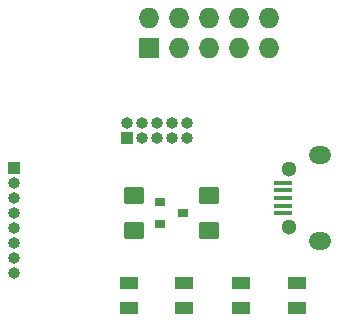
<source format=gbr>
G04 #@! TF.GenerationSoftware,KiCad,Pcbnew,(5.1.4)-1*
G04 #@! TF.CreationDate,2022-03-06T11:46:23+01:00*
G04 #@! TF.ProjectId,UP1-Progger,5550312d-5072-46f6-9767-65722e6b6963,V00.10*
G04 #@! TF.SameCoordinates,Original*
G04 #@! TF.FileFunction,Soldermask,Top*
G04 #@! TF.FilePolarity,Negative*
%FSLAX46Y46*%
G04 Gerber Fmt 4.6, Leading zero omitted, Abs format (unit mm)*
G04 Created by KiCad (PCBNEW (5.1.4)-1) date 2022-03-06 11:46:23*
%MOMM*%
%LPD*%
G04 APERTURE LIST*
%ADD10R,0.900000X0.800000*%
%ADD11R,1.600000X1.050000*%
%ADD12O,1.000000X1.000000*%
%ADD13R,1.000000X1.000000*%
%ADD14C,0.100000*%
%ADD15C,1.425000*%
%ADD16O,1.727200X1.727200*%
%ADD17R,1.727200X1.727200*%
%ADD18C,1.300000*%
%ADD19O,1.900000X1.500000*%
%ADD20R,1.600000X0.400000*%
G04 APERTURE END LIST*
D10*
X105775000Y-116840000D03*
X103775000Y-117790000D03*
X103775000Y-115890000D03*
D11*
X101155000Y-124900000D03*
X101155000Y-122750000D03*
X105855000Y-124900000D03*
X105855000Y-122750000D03*
D12*
X91440000Y-121920000D03*
X91440000Y-120650000D03*
X91440000Y-119380000D03*
X91440000Y-118110000D03*
X91440000Y-116840000D03*
X91440000Y-115570000D03*
X91440000Y-114300000D03*
D13*
X91440000Y-113030000D03*
D11*
X110680000Y-124900000D03*
X110680000Y-122750000D03*
X115380000Y-124900000D03*
X115380000Y-122750000D03*
D14*
G36*
X102249504Y-114641204D02*
G01*
X102273773Y-114644804D01*
X102297571Y-114650765D01*
X102320671Y-114659030D01*
X102342849Y-114669520D01*
X102363893Y-114682133D01*
X102383598Y-114696747D01*
X102401777Y-114713223D01*
X102418253Y-114731402D01*
X102432867Y-114751107D01*
X102445480Y-114772151D01*
X102455970Y-114794329D01*
X102464235Y-114817429D01*
X102470196Y-114841227D01*
X102473796Y-114865496D01*
X102475000Y-114890000D01*
X102475000Y-115815000D01*
X102473796Y-115839504D01*
X102470196Y-115863773D01*
X102464235Y-115887571D01*
X102455970Y-115910671D01*
X102445480Y-115932849D01*
X102432867Y-115953893D01*
X102418253Y-115973598D01*
X102401777Y-115991777D01*
X102383598Y-116008253D01*
X102363893Y-116022867D01*
X102342849Y-116035480D01*
X102320671Y-116045970D01*
X102297571Y-116054235D01*
X102273773Y-116060196D01*
X102249504Y-116063796D01*
X102225000Y-116065000D01*
X100975000Y-116065000D01*
X100950496Y-116063796D01*
X100926227Y-116060196D01*
X100902429Y-116054235D01*
X100879329Y-116045970D01*
X100857151Y-116035480D01*
X100836107Y-116022867D01*
X100816402Y-116008253D01*
X100798223Y-115991777D01*
X100781747Y-115973598D01*
X100767133Y-115953893D01*
X100754520Y-115932849D01*
X100744030Y-115910671D01*
X100735765Y-115887571D01*
X100729804Y-115863773D01*
X100726204Y-115839504D01*
X100725000Y-115815000D01*
X100725000Y-114890000D01*
X100726204Y-114865496D01*
X100729804Y-114841227D01*
X100735765Y-114817429D01*
X100744030Y-114794329D01*
X100754520Y-114772151D01*
X100767133Y-114751107D01*
X100781747Y-114731402D01*
X100798223Y-114713223D01*
X100816402Y-114696747D01*
X100836107Y-114682133D01*
X100857151Y-114669520D01*
X100879329Y-114659030D01*
X100902429Y-114650765D01*
X100926227Y-114644804D01*
X100950496Y-114641204D01*
X100975000Y-114640000D01*
X102225000Y-114640000D01*
X102249504Y-114641204D01*
X102249504Y-114641204D01*
G37*
D15*
X101600000Y-115352500D03*
D14*
G36*
X102249504Y-117616204D02*
G01*
X102273773Y-117619804D01*
X102297571Y-117625765D01*
X102320671Y-117634030D01*
X102342849Y-117644520D01*
X102363893Y-117657133D01*
X102383598Y-117671747D01*
X102401777Y-117688223D01*
X102418253Y-117706402D01*
X102432867Y-117726107D01*
X102445480Y-117747151D01*
X102455970Y-117769329D01*
X102464235Y-117792429D01*
X102470196Y-117816227D01*
X102473796Y-117840496D01*
X102475000Y-117865000D01*
X102475000Y-118790000D01*
X102473796Y-118814504D01*
X102470196Y-118838773D01*
X102464235Y-118862571D01*
X102455970Y-118885671D01*
X102445480Y-118907849D01*
X102432867Y-118928893D01*
X102418253Y-118948598D01*
X102401777Y-118966777D01*
X102383598Y-118983253D01*
X102363893Y-118997867D01*
X102342849Y-119010480D01*
X102320671Y-119020970D01*
X102297571Y-119029235D01*
X102273773Y-119035196D01*
X102249504Y-119038796D01*
X102225000Y-119040000D01*
X100975000Y-119040000D01*
X100950496Y-119038796D01*
X100926227Y-119035196D01*
X100902429Y-119029235D01*
X100879329Y-119020970D01*
X100857151Y-119010480D01*
X100836107Y-118997867D01*
X100816402Y-118983253D01*
X100798223Y-118966777D01*
X100781747Y-118948598D01*
X100767133Y-118928893D01*
X100754520Y-118907849D01*
X100744030Y-118885671D01*
X100735765Y-118862571D01*
X100729804Y-118838773D01*
X100726204Y-118814504D01*
X100725000Y-118790000D01*
X100725000Y-117865000D01*
X100726204Y-117840496D01*
X100729804Y-117816227D01*
X100735765Y-117792429D01*
X100744030Y-117769329D01*
X100754520Y-117747151D01*
X100767133Y-117726107D01*
X100781747Y-117706402D01*
X100798223Y-117688223D01*
X100816402Y-117671747D01*
X100836107Y-117657133D01*
X100857151Y-117644520D01*
X100879329Y-117634030D01*
X100902429Y-117625765D01*
X100926227Y-117619804D01*
X100950496Y-117616204D01*
X100975000Y-117615000D01*
X102225000Y-117615000D01*
X102249504Y-117616204D01*
X102249504Y-117616204D01*
G37*
D15*
X101600000Y-118327500D03*
D14*
G36*
X108599504Y-114641204D02*
G01*
X108623773Y-114644804D01*
X108647571Y-114650765D01*
X108670671Y-114659030D01*
X108692849Y-114669520D01*
X108713893Y-114682133D01*
X108733598Y-114696747D01*
X108751777Y-114713223D01*
X108768253Y-114731402D01*
X108782867Y-114751107D01*
X108795480Y-114772151D01*
X108805970Y-114794329D01*
X108814235Y-114817429D01*
X108820196Y-114841227D01*
X108823796Y-114865496D01*
X108825000Y-114890000D01*
X108825000Y-115815000D01*
X108823796Y-115839504D01*
X108820196Y-115863773D01*
X108814235Y-115887571D01*
X108805970Y-115910671D01*
X108795480Y-115932849D01*
X108782867Y-115953893D01*
X108768253Y-115973598D01*
X108751777Y-115991777D01*
X108733598Y-116008253D01*
X108713893Y-116022867D01*
X108692849Y-116035480D01*
X108670671Y-116045970D01*
X108647571Y-116054235D01*
X108623773Y-116060196D01*
X108599504Y-116063796D01*
X108575000Y-116065000D01*
X107325000Y-116065000D01*
X107300496Y-116063796D01*
X107276227Y-116060196D01*
X107252429Y-116054235D01*
X107229329Y-116045970D01*
X107207151Y-116035480D01*
X107186107Y-116022867D01*
X107166402Y-116008253D01*
X107148223Y-115991777D01*
X107131747Y-115973598D01*
X107117133Y-115953893D01*
X107104520Y-115932849D01*
X107094030Y-115910671D01*
X107085765Y-115887571D01*
X107079804Y-115863773D01*
X107076204Y-115839504D01*
X107075000Y-115815000D01*
X107075000Y-114890000D01*
X107076204Y-114865496D01*
X107079804Y-114841227D01*
X107085765Y-114817429D01*
X107094030Y-114794329D01*
X107104520Y-114772151D01*
X107117133Y-114751107D01*
X107131747Y-114731402D01*
X107148223Y-114713223D01*
X107166402Y-114696747D01*
X107186107Y-114682133D01*
X107207151Y-114669520D01*
X107229329Y-114659030D01*
X107252429Y-114650765D01*
X107276227Y-114644804D01*
X107300496Y-114641204D01*
X107325000Y-114640000D01*
X108575000Y-114640000D01*
X108599504Y-114641204D01*
X108599504Y-114641204D01*
G37*
D15*
X107950000Y-115352500D03*
D14*
G36*
X108599504Y-117616204D02*
G01*
X108623773Y-117619804D01*
X108647571Y-117625765D01*
X108670671Y-117634030D01*
X108692849Y-117644520D01*
X108713893Y-117657133D01*
X108733598Y-117671747D01*
X108751777Y-117688223D01*
X108768253Y-117706402D01*
X108782867Y-117726107D01*
X108795480Y-117747151D01*
X108805970Y-117769329D01*
X108814235Y-117792429D01*
X108820196Y-117816227D01*
X108823796Y-117840496D01*
X108825000Y-117865000D01*
X108825000Y-118790000D01*
X108823796Y-118814504D01*
X108820196Y-118838773D01*
X108814235Y-118862571D01*
X108805970Y-118885671D01*
X108795480Y-118907849D01*
X108782867Y-118928893D01*
X108768253Y-118948598D01*
X108751777Y-118966777D01*
X108733598Y-118983253D01*
X108713893Y-118997867D01*
X108692849Y-119010480D01*
X108670671Y-119020970D01*
X108647571Y-119029235D01*
X108623773Y-119035196D01*
X108599504Y-119038796D01*
X108575000Y-119040000D01*
X107325000Y-119040000D01*
X107300496Y-119038796D01*
X107276227Y-119035196D01*
X107252429Y-119029235D01*
X107229329Y-119020970D01*
X107207151Y-119010480D01*
X107186107Y-118997867D01*
X107166402Y-118983253D01*
X107148223Y-118966777D01*
X107131747Y-118948598D01*
X107117133Y-118928893D01*
X107104520Y-118907849D01*
X107094030Y-118885671D01*
X107085765Y-118862571D01*
X107079804Y-118838773D01*
X107076204Y-118814504D01*
X107075000Y-118790000D01*
X107075000Y-117865000D01*
X107076204Y-117840496D01*
X107079804Y-117816227D01*
X107085765Y-117792429D01*
X107094030Y-117769329D01*
X107104520Y-117747151D01*
X107117133Y-117726107D01*
X107131747Y-117706402D01*
X107148223Y-117688223D01*
X107166402Y-117671747D01*
X107186107Y-117657133D01*
X107207151Y-117644520D01*
X107229329Y-117634030D01*
X107252429Y-117625765D01*
X107276227Y-117619804D01*
X107300496Y-117616204D01*
X107325000Y-117615000D01*
X108575000Y-117615000D01*
X108599504Y-117616204D01*
X108599504Y-117616204D01*
G37*
D15*
X107950000Y-118327500D03*
D16*
X113030000Y-100330000D03*
X113030000Y-102870000D03*
X110490000Y-100330000D03*
X110490000Y-102870000D03*
X107950000Y-100330000D03*
X107950000Y-102870000D03*
X105410000Y-100330000D03*
X105410000Y-102870000D03*
X102870000Y-100330000D03*
D17*
X102870000Y-102870000D03*
D12*
X106045000Y-109220000D03*
X106045000Y-110490000D03*
X104775000Y-109220000D03*
X104775000Y-110490000D03*
X103505000Y-109220000D03*
X103505000Y-110490000D03*
X102235000Y-109220000D03*
X102235000Y-110490000D03*
X100965000Y-109220000D03*
D13*
X100965000Y-110490000D03*
D18*
X114700000Y-117995000D03*
X114700000Y-113145000D03*
D19*
X117380000Y-111945000D03*
X117380000Y-119195000D03*
D20*
X114230000Y-115570000D03*
X114230000Y-116220000D03*
X114230000Y-116870000D03*
X114230000Y-114270000D03*
X114230000Y-114920000D03*
M02*

</source>
